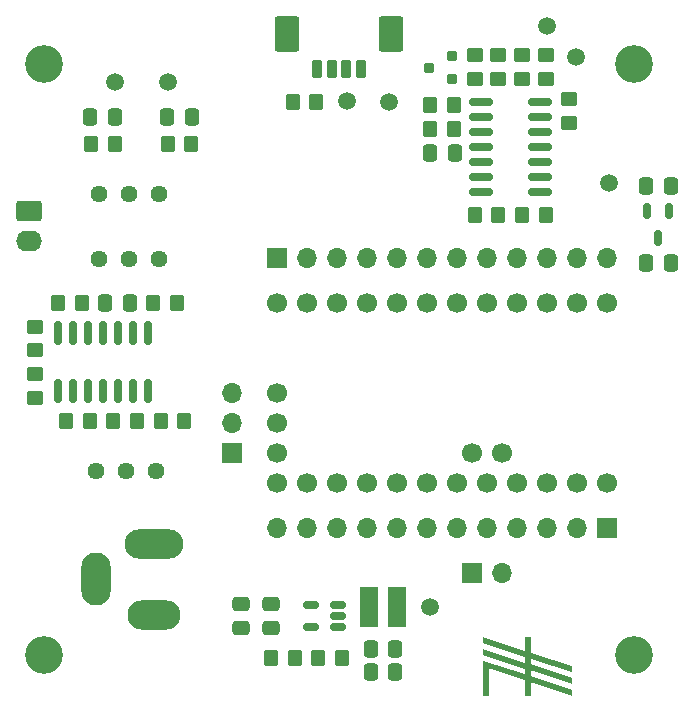
<source format=gbr>
%TF.GenerationSoftware,KiCad,Pcbnew,(7.0.0)*%
%TF.CreationDate,2023-02-20T00:43:47+01:00*%
%TF.ProjectId,led_testjig,6c65645f-7465-4737-946a-69672e6b6963,rev?*%
%TF.SameCoordinates,Original*%
%TF.FileFunction,Soldermask,Top*%
%TF.FilePolarity,Negative*%
%FSLAX46Y46*%
G04 Gerber Fmt 4.6, Leading zero omitted, Abs format (unit mm)*
G04 Created by KiCad (PCBNEW (7.0.0)) date 2023-02-20 00:43:47*
%MOMM*%
%LPD*%
G01*
G04 APERTURE LIST*
G04 Aperture macros list*
%AMRoundRect*
0 Rectangle with rounded corners*
0 $1 Rounding radius*
0 $2 $3 $4 $5 $6 $7 $8 $9 X,Y pos of 4 corners*
0 Add a 4 corners polygon primitive as box body*
4,1,4,$2,$3,$4,$5,$6,$7,$8,$9,$2,$3,0*
0 Add four circle primitives for the rounded corners*
1,1,$1+$1,$2,$3*
1,1,$1+$1,$4,$5*
1,1,$1+$1,$6,$7*
1,1,$1+$1,$8,$9*
0 Add four rect primitives between the rounded corners*
20,1,$1+$1,$2,$3,$4,$5,0*
20,1,$1+$1,$4,$5,$6,$7,0*
20,1,$1+$1,$6,$7,$8,$9,0*
20,1,$1+$1,$8,$9,$2,$3,0*%
G04 Aperture macros list end*
%ADD10RoundRect,0.250000X-0.845000X0.620000X-0.845000X-0.620000X0.845000X-0.620000X0.845000X0.620000X0*%
%ADD11O,2.190000X1.740000*%
%ADD12C,1.700000*%
%ADD13RoundRect,0.250000X0.337500X0.475000X-0.337500X0.475000X-0.337500X-0.475000X0.337500X-0.475000X0*%
%ADD14RoundRect,0.150000X0.512500X0.150000X-0.512500X0.150000X-0.512500X-0.150000X0.512500X-0.150000X0*%
%ADD15R,1.700000X1.700000*%
%ADD16O,1.700000X1.700000*%
%ADD17C,1.500000*%
%ADD18RoundRect,0.250000X-0.475000X0.337500X-0.475000X-0.337500X0.475000X-0.337500X0.475000X0.337500X0*%
%ADD19RoundRect,0.250000X0.350000X0.450000X-0.350000X0.450000X-0.350000X-0.450000X0.350000X-0.450000X0*%
%ADD20RoundRect,0.250000X-0.450000X0.350000X-0.450000X-0.350000X0.450000X-0.350000X0.450000X0.350000X0*%
%ADD21RoundRect,0.250000X0.450000X-0.350000X0.450000X0.350000X-0.450000X0.350000X-0.450000X-0.350000X0*%
%ADD22RoundRect,0.200000X0.200000X0.600000X-0.200000X0.600000X-0.200000X-0.600000X0.200000X-0.600000X0*%
%ADD23RoundRect,0.250001X0.799999X1.249999X-0.799999X1.249999X-0.799999X-1.249999X0.799999X-1.249999X0*%
%ADD24C,3.200000*%
%ADD25RoundRect,0.150000X-0.825000X-0.150000X0.825000X-0.150000X0.825000X0.150000X-0.825000X0.150000X0*%
%ADD26R,1.600000X3.500000*%
%ADD27RoundRect,0.150000X-0.150000X0.512500X-0.150000X-0.512500X0.150000X-0.512500X0.150000X0.512500X0*%
%ADD28RoundRect,0.250000X-0.337500X-0.475000X0.337500X-0.475000X0.337500X0.475000X-0.337500X0.475000X0*%
%ADD29RoundRect,0.250000X-0.350000X-0.450000X0.350000X-0.450000X0.350000X0.450000X-0.350000X0.450000X0*%
%ADD30RoundRect,0.200000X0.250000X0.200000X-0.250000X0.200000X-0.250000X-0.200000X0.250000X-0.200000X0*%
%ADD31RoundRect,0.150000X-0.150000X0.825000X-0.150000X-0.825000X0.150000X-0.825000X0.150000X0.825000X0*%
%ADD32C,1.440000*%
%ADD33RoundRect,1.250000X1.250000X0.000000X-1.250000X0.000000X-1.250000X0.000000X1.250000X0.000000X0*%
%ADD34RoundRect,1.250000X1.000000X0.000000X-1.000000X0.000000X-1.000000X0.000000X1.000000X0.000000X0*%
%ADD35RoundRect,1.250000X0.000000X-1.000000X0.000000X1.000000X0.000000X1.000000X0.000000X-1.000000X0*%
G04 APERTURE END LIST*
%TO.C,Logo101*%
G36*
X166224270Y-124838217D02*
G01*
X169736898Y-126009093D01*
X169736898Y-126509061D01*
X166224270Y-125338185D01*
X166224270Y-125838153D01*
X169736898Y-127009030D01*
X169736898Y-127508998D01*
X166224270Y-126338122D01*
X166224270Y-126838090D01*
X169736898Y-128008967D01*
X169736898Y-128508935D01*
X166224270Y-127338059D01*
X166224270Y-128508935D01*
X165750000Y-128508935D01*
X165750000Y-127179969D01*
X162711691Y-126167182D01*
X162711691Y-128508935D01*
X162237371Y-128508935D01*
X162237371Y-125509124D01*
X165750000Y-126680000D01*
X165750000Y-126180032D01*
X162237371Y-125009156D01*
X162237371Y-124509187D01*
X165750000Y-125680063D01*
X165750000Y-125180095D01*
X162237371Y-124009219D01*
X162237371Y-123509250D01*
X165750000Y-124680126D01*
X165750000Y-123509250D01*
X166224270Y-123509250D01*
X166224270Y-124838217D01*
G37*
%TD*%
D10*
%TO.C,J103*%
X123800000Y-87460000D03*
D11*
X123799999Y-89999999D03*
%TD*%
D12*
%TO.C,A501*%
X172720000Y-95250000D03*
X170180000Y-95250000D03*
X167640000Y-95250000D03*
X165100000Y-95250000D03*
X162560000Y-95250000D03*
X160020000Y-95250000D03*
X157480000Y-95250000D03*
X154940000Y-95250000D03*
X152400000Y-95250000D03*
X149860000Y-95250000D03*
X147320000Y-95250000D03*
X144780000Y-95250000D03*
X144780000Y-102870000D03*
X144780000Y-105410000D03*
X144780000Y-107950000D03*
X144780000Y-110490000D03*
X147320000Y-110490000D03*
X149860000Y-110490000D03*
X152400000Y-110490000D03*
X154940000Y-110490000D03*
X157480000Y-110490000D03*
X160020000Y-110490000D03*
X162560000Y-110490000D03*
X165100000Y-110490000D03*
X167640000Y-110490000D03*
X170180000Y-110490000D03*
X172720000Y-110490000D03*
X161290000Y-107950000D03*
X163830000Y-107950000D03*
%TD*%
D13*
%TO.C,C204*%
X137537500Y-79500000D03*
X135462500Y-79500000D03*
%TD*%
D14*
%TO.C,U401*%
X149887500Y-122700000D03*
X149887500Y-121750000D03*
X149887500Y-120800000D03*
X147612500Y-120800000D03*
X147612500Y-122700000D03*
%TD*%
D15*
%TO.C,J504*%
X140969999Y-107949999D03*
D16*
X140969999Y-105409999D03*
X140969999Y-102869999D03*
%TD*%
D17*
%TO.C,TP202*%
X131000000Y-76500000D03*
%TD*%
D18*
%TO.C,C402*%
X144250000Y-120712500D03*
X144250000Y-122787500D03*
%TD*%
D19*
%TO.C,R401*%
X150250000Y-125250000D03*
X148250000Y-125250000D03*
%TD*%
D20*
%TO.C,R306*%
X167500000Y-74249999D03*
X167500000Y-76249999D03*
%TD*%
D21*
%TO.C,R311*%
X161500000Y-76249999D03*
X161500000Y-74249999D03*
%TD*%
D20*
%TO.C,R205*%
X124250000Y-101250000D03*
X124250000Y-103250000D03*
%TD*%
D15*
%TO.C,J501*%
X144779999Y-91439999D03*
D16*
X147319999Y-91439999D03*
X149859999Y-91439999D03*
X152399999Y-91439999D03*
X154939999Y-91439999D03*
X157479999Y-91439999D03*
X160019999Y-91439999D03*
X162559999Y-91439999D03*
X165099999Y-91439999D03*
X167639999Y-91439999D03*
X170179999Y-91439999D03*
X172719999Y-91439999D03*
%TD*%
D19*
%TO.C,R402*%
X146250000Y-125250000D03*
X144250000Y-125250000D03*
%TD*%
D22*
%TO.C,J101*%
X151875000Y-75400000D03*
X150625000Y-75400000D03*
X149375000Y-75400000D03*
X148125000Y-75400000D03*
D23*
X154425000Y-72500000D03*
X145575000Y-72500000D03*
%TD*%
D24*
%TO.C,H101*%
X175000000Y-125000000D03*
%TD*%
D19*
%TO.C,R301*%
X163500000Y-87749999D03*
X161500000Y-87749999D03*
%TD*%
%TO.C,R302*%
X167500000Y-87749999D03*
X165500000Y-87749999D03*
%TD*%
D21*
%TO.C,R308*%
X165500000Y-76249999D03*
X165500000Y-74249999D03*
%TD*%
%TO.C,R310*%
X163500000Y-76249999D03*
X163500000Y-74249999D03*
%TD*%
D25*
%TO.C,U301*%
X162050000Y-78229999D03*
X162050000Y-79499999D03*
X162050000Y-80769999D03*
X162050000Y-82039999D03*
X162050000Y-83309999D03*
X162050000Y-84579999D03*
X162050000Y-85849999D03*
X167000000Y-85849999D03*
X167000000Y-84579999D03*
X167000000Y-83309999D03*
X167000000Y-82039999D03*
X167000000Y-80769999D03*
X167000000Y-79499999D03*
X167000000Y-78229999D03*
%TD*%
D26*
%TO.C,L401*%
X152549999Y-120999999D03*
X154949999Y-120999999D03*
%TD*%
D17*
%TO.C,TP301*%
X167600000Y-71750000D03*
%TD*%
D27*
%TO.C,U402*%
X177987500Y-87425000D03*
X176087500Y-87425000D03*
X177037500Y-89700000D03*
%TD*%
D17*
%TO.C,TP303*%
X154250000Y-78250000D03*
%TD*%
D28*
%TO.C,C403*%
X176000000Y-91812500D03*
X178075000Y-91812500D03*
%TD*%
D19*
%TO.C,R209*%
X137500000Y-81750000D03*
X135500000Y-81750000D03*
%TD*%
D13*
%TO.C,C405*%
X154787500Y-126500000D03*
X152712500Y-126500000D03*
%TD*%
D28*
%TO.C,C404*%
X176000000Y-85312500D03*
X178075000Y-85312500D03*
%TD*%
D17*
%TO.C,TP203*%
X135500000Y-76500000D03*
%TD*%
%TO.C,TP403*%
X157750000Y-121000000D03*
%TD*%
%TO.C,TP304*%
X150700000Y-78100000D03*
%TD*%
D15*
%TO.C,J503*%
X161289999Y-118109999D03*
D16*
X163829999Y-118109999D03*
%TD*%
D19*
%TO.C,R207*%
X136900000Y-105250000D03*
X134900000Y-105250000D03*
%TD*%
%TO.C,R202*%
X128900000Y-105250000D03*
X126900000Y-105250000D03*
%TD*%
D29*
%TO.C,R203*%
X130900000Y-105250000D03*
X132900000Y-105250000D03*
%TD*%
%TO.C,R208*%
X129000000Y-81750000D03*
X131000000Y-81750000D03*
%TD*%
D17*
%TO.C,TP302*%
X170100000Y-74400000D03*
%TD*%
D21*
%TO.C,R305*%
X169500000Y-79999999D03*
X169500000Y-77999999D03*
%TD*%
D30*
%TO.C,Q302*%
X159600000Y-76250000D03*
X159600000Y-74350000D03*
X157600000Y-75300000D03*
%TD*%
D13*
%TO.C,C406*%
X154787500Y-124500000D03*
X152712500Y-124500000D03*
%TD*%
D29*
%TO.C,R307*%
X157750000Y-80499999D03*
X159750000Y-80499999D03*
%TD*%
D24*
%TO.C,H104*%
X125000000Y-125000000D03*
%TD*%
D28*
%TO.C,C302*%
X157712500Y-82499999D03*
X159787500Y-82499999D03*
%TD*%
D24*
%TO.C,H102*%
X175000000Y-75000000D03*
%TD*%
%TO.C,H103*%
X125000000Y-75000000D03*
%TD*%
D28*
%TO.C,C203*%
X128962500Y-79500000D03*
X131037500Y-79500000D03*
%TD*%
D17*
%TO.C,TP402*%
X172900000Y-85100000D03*
%TD*%
D13*
%TO.C,C201*%
X132287500Y-95250000D03*
X130212500Y-95250000D03*
%TD*%
D19*
%TO.C,R206*%
X136250000Y-95250000D03*
X134250000Y-95250000D03*
%TD*%
D15*
%TO.C,J502*%
X172719999Y-114299999D03*
D16*
X170179999Y-114299999D03*
X167639999Y-114299999D03*
X165099999Y-114299999D03*
X162559999Y-114299999D03*
X160019999Y-114299999D03*
X157479999Y-114299999D03*
X154939999Y-114299999D03*
X152399999Y-114299999D03*
X149859999Y-114299999D03*
X147319999Y-114299999D03*
X144779999Y-114299999D03*
%TD*%
D29*
%TO.C,R201*%
X126250000Y-95250000D03*
X128250000Y-95250000D03*
%TD*%
D19*
%TO.C,R309*%
X159750000Y-78499999D03*
X157750000Y-78499999D03*
%TD*%
D31*
%TO.C,U201*%
X133810000Y-97775000D03*
X132540000Y-97775000D03*
X131270000Y-97775000D03*
X130000000Y-97775000D03*
X128730000Y-97775000D03*
X127460000Y-97775000D03*
X126190000Y-97775000D03*
X126190000Y-102725000D03*
X127460000Y-102725000D03*
X128730000Y-102725000D03*
X130000000Y-102725000D03*
X131270000Y-102725000D03*
X132540000Y-102725000D03*
X133810000Y-102725000D03*
%TD*%
D21*
%TO.C,R204*%
X124250000Y-97250000D03*
X124250000Y-99250000D03*
%TD*%
D29*
%TO.C,R312*%
X146100000Y-78200000D03*
X148100000Y-78200000D03*
%TD*%
D18*
%TO.C,C401*%
X141750000Y-120712500D03*
X141750000Y-122787500D03*
%TD*%
D32*
%TO.C,RV201*%
X134750000Y-91500000D03*
X132210000Y-91500000D03*
X129670000Y-91500000D03*
%TD*%
%TO.C,RV202*%
X134750000Y-86000000D03*
X132210000Y-86000000D03*
X129670000Y-86000000D03*
%TD*%
%TO.C,RV203*%
X134500000Y-109500000D03*
X131960000Y-109500000D03*
X129420000Y-109500000D03*
%TD*%
D33*
%TO.C,J102*%
X134302000Y-115650000D03*
D34*
X134302000Y-121650000D03*
D35*
X129402000Y-118600000D03*
%TD*%
M02*

</source>
